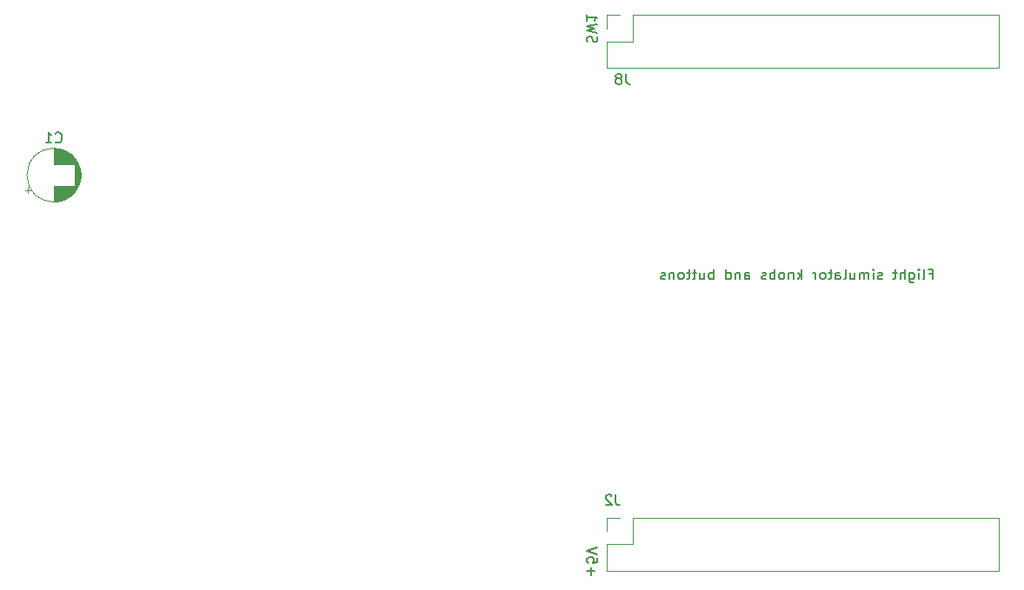
<source format=gbr>
%TF.GenerationSoftware,KiCad,Pcbnew,(5.1.6)-1*%
%TF.CreationDate,2020-10-11T19:25:41-07:00*%
%TF.ProjectId,Autopilot panel,4175746f-7069-46c6-9f74-2070616e656c,rev?*%
%TF.SameCoordinates,Original*%
%TF.FileFunction,Legend,Bot*%
%TF.FilePolarity,Positive*%
%FSLAX46Y46*%
G04 Gerber Fmt 4.6, Leading zero omitted, Abs format (unit mm)*
G04 Created by KiCad (PCBNEW (5.1.6)-1) date 2020-10-11 19:25:41*
%MOMM*%
%LPD*%
G01*
G04 APERTURE LIST*
%ADD10C,0.150000*%
%ADD11C,0.120000*%
G04 APERTURE END LIST*
D10*
X94595238Y-67333333D02*
X94547619Y-67190476D01*
X94547619Y-66952380D01*
X94595238Y-66857142D01*
X94642857Y-66809523D01*
X94738095Y-66761904D01*
X94833333Y-66761904D01*
X94928571Y-66809523D01*
X94976190Y-66857142D01*
X95023809Y-66952380D01*
X95071428Y-67142857D01*
X95119047Y-67238095D01*
X95166666Y-67285714D01*
X95261904Y-67333333D01*
X95357142Y-67333333D01*
X95452380Y-67285714D01*
X95500000Y-67238095D01*
X95547619Y-67142857D01*
X95547619Y-66904761D01*
X95500000Y-66761904D01*
X95547619Y-66428571D02*
X94547619Y-66190476D01*
X95261904Y-66000000D01*
X94547619Y-65809523D01*
X95547619Y-65571428D01*
X94547619Y-64666666D02*
X94547619Y-65238095D01*
X94547619Y-64952380D02*
X95547619Y-64952380D01*
X95404761Y-65047619D01*
X95309523Y-65142857D01*
X95261904Y-65238095D01*
X94928571Y-119285714D02*
X94928571Y-118523809D01*
X94547619Y-118904761D02*
X95309523Y-118904761D01*
X95547619Y-117571428D02*
X95547619Y-118047619D01*
X95071428Y-118095238D01*
X95119047Y-118047619D01*
X95166666Y-117952380D01*
X95166666Y-117714285D01*
X95119047Y-117619047D01*
X95071428Y-117571428D01*
X94976190Y-117523809D01*
X94738095Y-117523809D01*
X94642857Y-117571428D01*
X94595238Y-117619047D01*
X94547619Y-117714285D01*
X94547619Y-117952380D01*
X94595238Y-118047619D01*
X94642857Y-118095238D01*
X95547619Y-117238095D02*
X94547619Y-116904761D01*
X95547619Y-116571428D01*
X127904761Y-89928571D02*
X128238095Y-89928571D01*
X128238095Y-90452380D02*
X128238095Y-89452380D01*
X127761904Y-89452380D01*
X127238095Y-90452380D02*
X127333333Y-90404761D01*
X127380952Y-90309523D01*
X127380952Y-89452380D01*
X126857142Y-90452380D02*
X126857142Y-89785714D01*
X126857142Y-89452380D02*
X126904761Y-89500000D01*
X126857142Y-89547619D01*
X126809523Y-89500000D01*
X126857142Y-89452380D01*
X126857142Y-89547619D01*
X125952380Y-89785714D02*
X125952380Y-90595238D01*
X126000000Y-90690476D01*
X126047619Y-90738095D01*
X126142857Y-90785714D01*
X126285714Y-90785714D01*
X126380952Y-90738095D01*
X125952380Y-90404761D02*
X126047619Y-90452380D01*
X126238095Y-90452380D01*
X126333333Y-90404761D01*
X126380952Y-90357142D01*
X126428571Y-90261904D01*
X126428571Y-89976190D01*
X126380952Y-89880952D01*
X126333333Y-89833333D01*
X126238095Y-89785714D01*
X126047619Y-89785714D01*
X125952380Y-89833333D01*
X125476190Y-90452380D02*
X125476190Y-89452380D01*
X125047619Y-90452380D02*
X125047619Y-89928571D01*
X125095238Y-89833333D01*
X125190476Y-89785714D01*
X125333333Y-89785714D01*
X125428571Y-89833333D01*
X125476190Y-89880952D01*
X124714285Y-89785714D02*
X124333333Y-89785714D01*
X124571428Y-89452380D02*
X124571428Y-90309523D01*
X124523809Y-90404761D01*
X124428571Y-90452380D01*
X124333333Y-90452380D01*
X123285714Y-90404761D02*
X123190476Y-90452380D01*
X123000000Y-90452380D01*
X122904761Y-90404761D01*
X122857142Y-90309523D01*
X122857142Y-90261904D01*
X122904761Y-90166666D01*
X123000000Y-90119047D01*
X123142857Y-90119047D01*
X123238095Y-90071428D01*
X123285714Y-89976190D01*
X123285714Y-89928571D01*
X123238095Y-89833333D01*
X123142857Y-89785714D01*
X123000000Y-89785714D01*
X122904761Y-89833333D01*
X122428571Y-90452380D02*
X122428571Y-89785714D01*
X122428571Y-89452380D02*
X122476190Y-89500000D01*
X122428571Y-89547619D01*
X122380952Y-89500000D01*
X122428571Y-89452380D01*
X122428571Y-89547619D01*
X121952380Y-90452380D02*
X121952380Y-89785714D01*
X121952380Y-89880952D02*
X121904761Y-89833333D01*
X121809523Y-89785714D01*
X121666666Y-89785714D01*
X121571428Y-89833333D01*
X121523809Y-89928571D01*
X121523809Y-90452380D01*
X121523809Y-89928571D02*
X121476190Y-89833333D01*
X121380952Y-89785714D01*
X121238095Y-89785714D01*
X121142857Y-89833333D01*
X121095238Y-89928571D01*
X121095238Y-90452380D01*
X120190476Y-89785714D02*
X120190476Y-90452380D01*
X120619047Y-89785714D02*
X120619047Y-90309523D01*
X120571428Y-90404761D01*
X120476190Y-90452380D01*
X120333333Y-90452380D01*
X120238095Y-90404761D01*
X120190476Y-90357142D01*
X119571428Y-90452380D02*
X119666666Y-90404761D01*
X119714285Y-90309523D01*
X119714285Y-89452380D01*
X118761904Y-90452380D02*
X118761904Y-89928571D01*
X118809523Y-89833333D01*
X118904761Y-89785714D01*
X119095238Y-89785714D01*
X119190476Y-89833333D01*
X118761904Y-90404761D02*
X118857142Y-90452380D01*
X119095238Y-90452380D01*
X119190476Y-90404761D01*
X119238095Y-90309523D01*
X119238095Y-90214285D01*
X119190476Y-90119047D01*
X119095238Y-90071428D01*
X118857142Y-90071428D01*
X118761904Y-90023809D01*
X118428571Y-89785714D02*
X118047619Y-89785714D01*
X118285714Y-89452380D02*
X118285714Y-90309523D01*
X118238095Y-90404761D01*
X118142857Y-90452380D01*
X118047619Y-90452380D01*
X117571428Y-90452380D02*
X117666666Y-90404761D01*
X117714285Y-90357142D01*
X117761904Y-90261904D01*
X117761904Y-89976190D01*
X117714285Y-89880952D01*
X117666666Y-89833333D01*
X117571428Y-89785714D01*
X117428571Y-89785714D01*
X117333333Y-89833333D01*
X117285714Y-89880952D01*
X117238095Y-89976190D01*
X117238095Y-90261904D01*
X117285714Y-90357142D01*
X117333333Y-90404761D01*
X117428571Y-90452380D01*
X117571428Y-90452380D01*
X116809523Y-90452380D02*
X116809523Y-89785714D01*
X116809523Y-89976190D02*
X116761904Y-89880952D01*
X116714285Y-89833333D01*
X116619047Y-89785714D01*
X116523809Y-89785714D01*
X115428571Y-90452380D02*
X115428571Y-89452380D01*
X115333333Y-90071428D02*
X115047619Y-90452380D01*
X115047619Y-89785714D02*
X115428571Y-90166666D01*
X114619047Y-89785714D02*
X114619047Y-90452380D01*
X114619047Y-89880952D02*
X114571428Y-89833333D01*
X114476190Y-89785714D01*
X114333333Y-89785714D01*
X114238095Y-89833333D01*
X114190476Y-89928571D01*
X114190476Y-90452380D01*
X113571428Y-90452380D02*
X113666666Y-90404761D01*
X113714285Y-90357142D01*
X113761904Y-90261904D01*
X113761904Y-89976190D01*
X113714285Y-89880952D01*
X113666666Y-89833333D01*
X113571428Y-89785714D01*
X113428571Y-89785714D01*
X113333333Y-89833333D01*
X113285714Y-89880952D01*
X113238095Y-89976190D01*
X113238095Y-90261904D01*
X113285714Y-90357142D01*
X113333333Y-90404761D01*
X113428571Y-90452380D01*
X113571428Y-90452380D01*
X112809523Y-90452380D02*
X112809523Y-89452380D01*
X112809523Y-89833333D02*
X112714285Y-89785714D01*
X112523809Y-89785714D01*
X112428571Y-89833333D01*
X112380952Y-89880952D01*
X112333333Y-89976190D01*
X112333333Y-90261904D01*
X112380952Y-90357142D01*
X112428571Y-90404761D01*
X112523809Y-90452380D01*
X112714285Y-90452380D01*
X112809523Y-90404761D01*
X111952380Y-90404761D02*
X111857142Y-90452380D01*
X111666666Y-90452380D01*
X111571428Y-90404761D01*
X111523809Y-90309523D01*
X111523809Y-90261904D01*
X111571428Y-90166666D01*
X111666666Y-90119047D01*
X111809523Y-90119047D01*
X111904761Y-90071428D01*
X111952380Y-89976190D01*
X111952380Y-89928571D01*
X111904761Y-89833333D01*
X111809523Y-89785714D01*
X111666666Y-89785714D01*
X111571428Y-89833333D01*
X109904761Y-90452380D02*
X109904761Y-89928571D01*
X109952380Y-89833333D01*
X110047619Y-89785714D01*
X110238095Y-89785714D01*
X110333333Y-89833333D01*
X109904761Y-90404761D02*
X110000000Y-90452380D01*
X110238095Y-90452380D01*
X110333333Y-90404761D01*
X110380952Y-90309523D01*
X110380952Y-90214285D01*
X110333333Y-90119047D01*
X110238095Y-90071428D01*
X110000000Y-90071428D01*
X109904761Y-90023809D01*
X109428571Y-89785714D02*
X109428571Y-90452380D01*
X109428571Y-89880952D02*
X109380952Y-89833333D01*
X109285714Y-89785714D01*
X109142857Y-89785714D01*
X109047619Y-89833333D01*
X109000000Y-89928571D01*
X109000000Y-90452380D01*
X108095238Y-90452380D02*
X108095238Y-89452380D01*
X108095238Y-90404761D02*
X108190476Y-90452380D01*
X108380952Y-90452380D01*
X108476190Y-90404761D01*
X108523809Y-90357142D01*
X108571428Y-90261904D01*
X108571428Y-89976190D01*
X108523809Y-89880952D01*
X108476190Y-89833333D01*
X108380952Y-89785714D01*
X108190476Y-89785714D01*
X108095238Y-89833333D01*
X106857142Y-90452380D02*
X106857142Y-89452380D01*
X106857142Y-89833333D02*
X106761904Y-89785714D01*
X106571428Y-89785714D01*
X106476190Y-89833333D01*
X106428571Y-89880952D01*
X106380952Y-89976190D01*
X106380952Y-90261904D01*
X106428571Y-90357142D01*
X106476190Y-90404761D01*
X106571428Y-90452380D01*
X106761904Y-90452380D01*
X106857142Y-90404761D01*
X105523809Y-89785714D02*
X105523809Y-90452380D01*
X105952380Y-89785714D02*
X105952380Y-90309523D01*
X105904761Y-90404761D01*
X105809523Y-90452380D01*
X105666666Y-90452380D01*
X105571428Y-90404761D01*
X105523809Y-90357142D01*
X105190476Y-89785714D02*
X104809523Y-89785714D01*
X105047619Y-89452380D02*
X105047619Y-90309523D01*
X105000000Y-90404761D01*
X104904761Y-90452380D01*
X104809523Y-90452380D01*
X104619047Y-89785714D02*
X104238095Y-89785714D01*
X104476190Y-89452380D02*
X104476190Y-90309523D01*
X104428571Y-90404761D01*
X104333333Y-90452380D01*
X104238095Y-90452380D01*
X103761904Y-90452380D02*
X103857142Y-90404761D01*
X103904761Y-90357142D01*
X103952380Y-90261904D01*
X103952380Y-89976190D01*
X103904761Y-89880952D01*
X103857142Y-89833333D01*
X103761904Y-89785714D01*
X103619047Y-89785714D01*
X103523809Y-89833333D01*
X103476190Y-89880952D01*
X103428571Y-89976190D01*
X103428571Y-90261904D01*
X103476190Y-90357142D01*
X103523809Y-90404761D01*
X103619047Y-90452380D01*
X103761904Y-90452380D01*
X103000000Y-89785714D02*
X103000000Y-90452380D01*
X103000000Y-89880952D02*
X102952380Y-89833333D01*
X102857142Y-89785714D01*
X102714285Y-89785714D01*
X102619047Y-89833333D01*
X102571428Y-89928571D01*
X102571428Y-90452380D01*
X102142857Y-90404761D02*
X102047619Y-90452380D01*
X101857142Y-90452380D01*
X101761904Y-90404761D01*
X101714285Y-90309523D01*
X101714285Y-90261904D01*
X101761904Y-90166666D01*
X101857142Y-90119047D01*
X102000000Y-90119047D01*
X102095238Y-90071428D01*
X102142857Y-89976190D01*
X102142857Y-89928571D01*
X102095238Y-89833333D01*
X102000000Y-89785714D01*
X101857142Y-89785714D01*
X101761904Y-89833333D01*
D11*
%TO.C,J2*%
X96420000Y-113670000D02*
X96420000Y-115000000D01*
X97750000Y-113670000D02*
X96420000Y-113670000D01*
X96420000Y-116270000D02*
X96420000Y-118870000D01*
X99020000Y-116270000D02*
X96420000Y-116270000D01*
X99020000Y-113670000D02*
X99020000Y-116270000D01*
X96420000Y-118870000D02*
X134640000Y-118870000D01*
X99020000Y-113670000D02*
X134640000Y-113670000D01*
X134640000Y-113670000D02*
X134640000Y-118870000D01*
%TO.C,J8*%
X134640000Y-64670000D02*
X134640000Y-69870000D01*
X99020000Y-64670000D02*
X134640000Y-64670000D01*
X96420000Y-69870000D02*
X134640000Y-69870000D01*
X99020000Y-64670000D02*
X99020000Y-67270000D01*
X99020000Y-67270000D02*
X96420000Y-67270000D01*
X96420000Y-67270000D02*
X96420000Y-69870000D01*
X97750000Y-64670000D02*
X96420000Y-64670000D01*
X96420000Y-64670000D02*
X96420000Y-66000000D01*
%TO.C,C1*%
X40045225Y-82025000D02*
X40045225Y-81525000D01*
X39795225Y-81775000D02*
X40295225Y-81775000D01*
X45201000Y-80584000D02*
X45201000Y-80016000D01*
X45161000Y-80818000D02*
X45161000Y-79782000D01*
X45121000Y-80977000D02*
X45121000Y-79623000D01*
X45081000Y-81105000D02*
X45081000Y-79495000D01*
X45041000Y-81215000D02*
X45041000Y-79385000D01*
X45001000Y-81311000D02*
X45001000Y-79289000D01*
X44961000Y-81398000D02*
X44961000Y-79202000D01*
X44921000Y-81478000D02*
X44921000Y-79122000D01*
X44881000Y-81551000D02*
X44881000Y-79049000D01*
X44841000Y-81619000D02*
X44841000Y-78981000D01*
X44801000Y-81683000D02*
X44801000Y-78917000D01*
X44761000Y-81743000D02*
X44761000Y-78857000D01*
X44721000Y-81800000D02*
X44721000Y-78800000D01*
X44681000Y-81854000D02*
X44681000Y-78746000D01*
X44641000Y-81905000D02*
X44641000Y-78695000D01*
X44601000Y-79260000D02*
X44601000Y-78647000D01*
X44601000Y-81953000D02*
X44601000Y-81340000D01*
X44561000Y-79260000D02*
X44561000Y-78601000D01*
X44561000Y-81999000D02*
X44561000Y-81340000D01*
X44521000Y-79260000D02*
X44521000Y-78557000D01*
X44521000Y-82043000D02*
X44521000Y-81340000D01*
X44481000Y-79260000D02*
X44481000Y-78515000D01*
X44481000Y-82085000D02*
X44481000Y-81340000D01*
X44441000Y-79260000D02*
X44441000Y-78474000D01*
X44441000Y-82126000D02*
X44441000Y-81340000D01*
X44401000Y-79260000D02*
X44401000Y-78436000D01*
X44401000Y-82164000D02*
X44401000Y-81340000D01*
X44361000Y-79260000D02*
X44361000Y-78399000D01*
X44361000Y-82201000D02*
X44361000Y-81340000D01*
X44321000Y-79260000D02*
X44321000Y-78363000D01*
X44321000Y-82237000D02*
X44321000Y-81340000D01*
X44281000Y-79260000D02*
X44281000Y-78329000D01*
X44281000Y-82271000D02*
X44281000Y-81340000D01*
X44241000Y-79260000D02*
X44241000Y-78296000D01*
X44241000Y-82304000D02*
X44241000Y-81340000D01*
X44201000Y-79260000D02*
X44201000Y-78265000D01*
X44201000Y-82335000D02*
X44201000Y-81340000D01*
X44161000Y-79260000D02*
X44161000Y-78235000D01*
X44161000Y-82365000D02*
X44161000Y-81340000D01*
X44121000Y-79260000D02*
X44121000Y-78205000D01*
X44121000Y-82395000D02*
X44121000Y-81340000D01*
X44081000Y-79260000D02*
X44081000Y-78178000D01*
X44081000Y-82422000D02*
X44081000Y-81340000D01*
X44041000Y-79260000D02*
X44041000Y-78151000D01*
X44041000Y-82449000D02*
X44041000Y-81340000D01*
X44001000Y-79260000D02*
X44001000Y-78125000D01*
X44001000Y-82475000D02*
X44001000Y-81340000D01*
X43961000Y-79260000D02*
X43961000Y-78100000D01*
X43961000Y-82500000D02*
X43961000Y-81340000D01*
X43921000Y-79260000D02*
X43921000Y-78076000D01*
X43921000Y-82524000D02*
X43921000Y-81340000D01*
X43881000Y-79260000D02*
X43881000Y-78053000D01*
X43881000Y-82547000D02*
X43881000Y-81340000D01*
X43841000Y-79260000D02*
X43841000Y-78032000D01*
X43841000Y-82568000D02*
X43841000Y-81340000D01*
X43801000Y-79260000D02*
X43801000Y-78010000D01*
X43801000Y-82590000D02*
X43801000Y-81340000D01*
X43761000Y-79260000D02*
X43761000Y-77990000D01*
X43761000Y-82610000D02*
X43761000Y-81340000D01*
X43721000Y-79260000D02*
X43721000Y-77971000D01*
X43721000Y-82629000D02*
X43721000Y-81340000D01*
X43681000Y-79260000D02*
X43681000Y-77952000D01*
X43681000Y-82648000D02*
X43681000Y-81340000D01*
X43641000Y-79260000D02*
X43641000Y-77935000D01*
X43641000Y-82665000D02*
X43641000Y-81340000D01*
X43601000Y-79260000D02*
X43601000Y-77918000D01*
X43601000Y-82682000D02*
X43601000Y-81340000D01*
X43561000Y-79260000D02*
X43561000Y-77902000D01*
X43561000Y-82698000D02*
X43561000Y-81340000D01*
X43521000Y-79260000D02*
X43521000Y-77886000D01*
X43521000Y-82714000D02*
X43521000Y-81340000D01*
X43481000Y-79260000D02*
X43481000Y-77872000D01*
X43481000Y-82728000D02*
X43481000Y-81340000D01*
X43441000Y-79260000D02*
X43441000Y-77858000D01*
X43441000Y-82742000D02*
X43441000Y-81340000D01*
X43401000Y-79260000D02*
X43401000Y-77845000D01*
X43401000Y-82755000D02*
X43401000Y-81340000D01*
X43361000Y-79260000D02*
X43361000Y-77832000D01*
X43361000Y-82768000D02*
X43361000Y-81340000D01*
X43321000Y-79260000D02*
X43321000Y-77820000D01*
X43321000Y-82780000D02*
X43321000Y-81340000D01*
X43280000Y-79260000D02*
X43280000Y-77809000D01*
X43280000Y-82791000D02*
X43280000Y-81340000D01*
X43240000Y-79260000D02*
X43240000Y-77799000D01*
X43240000Y-82801000D02*
X43240000Y-81340000D01*
X43200000Y-79260000D02*
X43200000Y-77789000D01*
X43200000Y-82811000D02*
X43200000Y-81340000D01*
X43160000Y-79260000D02*
X43160000Y-77780000D01*
X43160000Y-82820000D02*
X43160000Y-81340000D01*
X43120000Y-79260000D02*
X43120000Y-77772000D01*
X43120000Y-82828000D02*
X43120000Y-81340000D01*
X43080000Y-79260000D02*
X43080000Y-77764000D01*
X43080000Y-82836000D02*
X43080000Y-81340000D01*
X43040000Y-79260000D02*
X43040000Y-77757000D01*
X43040000Y-82843000D02*
X43040000Y-81340000D01*
X43000000Y-79260000D02*
X43000000Y-77750000D01*
X43000000Y-82850000D02*
X43000000Y-81340000D01*
X42960000Y-79260000D02*
X42960000Y-77744000D01*
X42960000Y-82856000D02*
X42960000Y-81340000D01*
X42920000Y-79260000D02*
X42920000Y-77739000D01*
X42920000Y-82861000D02*
X42920000Y-81340000D01*
X42880000Y-79260000D02*
X42880000Y-77735000D01*
X42880000Y-82865000D02*
X42880000Y-81340000D01*
X42840000Y-79260000D02*
X42840000Y-77731000D01*
X42840000Y-82869000D02*
X42840000Y-81340000D01*
X42800000Y-79260000D02*
X42800000Y-77727000D01*
X42800000Y-82873000D02*
X42800000Y-81340000D01*
X42760000Y-79260000D02*
X42760000Y-77724000D01*
X42760000Y-82876000D02*
X42760000Y-81340000D01*
X42720000Y-79260000D02*
X42720000Y-77722000D01*
X42720000Y-82878000D02*
X42720000Y-81340000D01*
X42680000Y-79260000D02*
X42680000Y-77721000D01*
X42680000Y-82879000D02*
X42680000Y-81340000D01*
X42640000Y-82880000D02*
X42640000Y-81340000D01*
X42640000Y-79260000D02*
X42640000Y-77720000D01*
X42600000Y-82880000D02*
X42600000Y-81340000D01*
X42600000Y-79260000D02*
X42600000Y-77720000D01*
X45220000Y-80300000D02*
G75*
G03*
X45220000Y-80300000I-2620000J0D01*
G01*
%TO.C,J2*%
D10*
X97333333Y-111452380D02*
X97333333Y-112166666D01*
X97380952Y-112309523D01*
X97476190Y-112404761D01*
X97619047Y-112452380D01*
X97714285Y-112452380D01*
X96904761Y-111547619D02*
X96857142Y-111500000D01*
X96761904Y-111452380D01*
X96523809Y-111452380D01*
X96428571Y-111500000D01*
X96380952Y-111547619D01*
X96333333Y-111642857D01*
X96333333Y-111738095D01*
X96380952Y-111880952D01*
X96952380Y-112452380D01*
X96333333Y-112452380D01*
%TO.C,J8*%
X98333333Y-70452380D02*
X98333333Y-71166666D01*
X98380952Y-71309523D01*
X98476190Y-71404761D01*
X98619047Y-71452380D01*
X98714285Y-71452380D01*
X97714285Y-70880952D02*
X97809523Y-70833333D01*
X97857142Y-70785714D01*
X97904761Y-70690476D01*
X97904761Y-70642857D01*
X97857142Y-70547619D01*
X97809523Y-70500000D01*
X97714285Y-70452380D01*
X97523809Y-70452380D01*
X97428571Y-70500000D01*
X97380952Y-70547619D01*
X97333333Y-70642857D01*
X97333333Y-70690476D01*
X97380952Y-70785714D01*
X97428571Y-70833333D01*
X97523809Y-70880952D01*
X97714285Y-70880952D01*
X97809523Y-70928571D01*
X97857142Y-70976190D01*
X97904761Y-71071428D01*
X97904761Y-71261904D01*
X97857142Y-71357142D01*
X97809523Y-71404761D01*
X97714285Y-71452380D01*
X97523809Y-71452380D01*
X97428571Y-71404761D01*
X97380952Y-71357142D01*
X97333333Y-71261904D01*
X97333333Y-71071428D01*
X97380952Y-70976190D01*
X97428571Y-70928571D01*
X97523809Y-70880952D01*
%TO.C,C1*%
X42766666Y-77057142D02*
X42814285Y-77104761D01*
X42957142Y-77152380D01*
X43052380Y-77152380D01*
X43195238Y-77104761D01*
X43290476Y-77009523D01*
X43338095Y-76914285D01*
X43385714Y-76723809D01*
X43385714Y-76580952D01*
X43338095Y-76390476D01*
X43290476Y-76295238D01*
X43195238Y-76200000D01*
X43052380Y-76152380D01*
X42957142Y-76152380D01*
X42814285Y-76200000D01*
X42766666Y-76247619D01*
X41814285Y-77152380D02*
X42385714Y-77152380D01*
X42100000Y-77152380D02*
X42100000Y-76152380D01*
X42195238Y-76295238D01*
X42290476Y-76390476D01*
X42385714Y-76438095D01*
%TD*%
M02*

</source>
